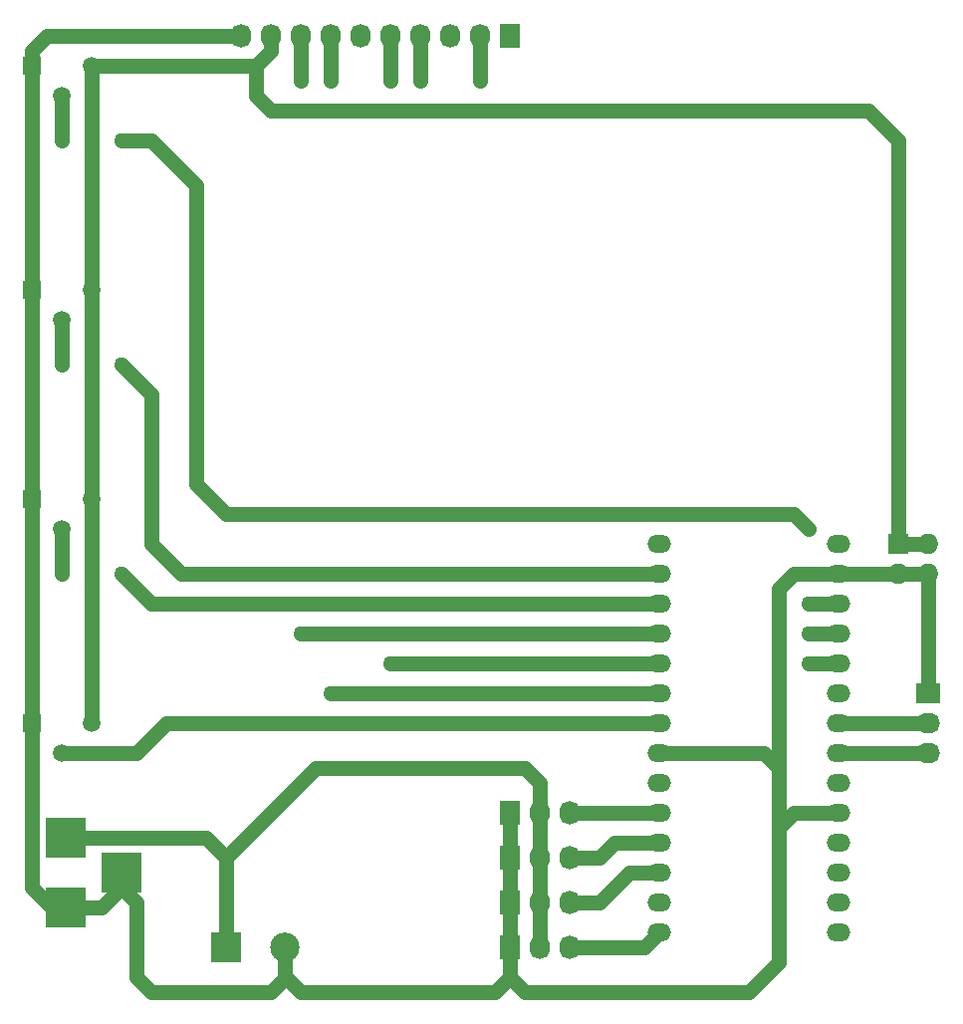
<source format=gbl>
G04 #@! TF.FileFunction,Copper,L2,Bot,Signal*
%FSLAX46Y46*%
G04 Gerber Fmt 4.6, Leading zero omitted, Abs format (unit mm)*
G04 Created by KiCad (PCBNEW 4.0.2-stable) date 12/4/2016 4:24:35 PM*
%MOMM*%
G01*
G04 APERTURE LIST*
%ADD10C,0.100000*%
%ADD11R,3.500120X3.500120*%
%ADD12R,1.727200X2.032000*%
%ADD13O,1.727200X2.032000*%
%ADD14R,1.727200X1.727200*%
%ADD15O,1.727200X1.727200*%
%ADD16R,2.032000X1.727200*%
%ADD17O,2.032000X1.727200*%
%ADD18C,1.510000*%
%ADD19R,1.510000X1.510000*%
%ADD20O,2.000000X1.500000*%
%ADD21R,2.500000X2.500000*%
%ADD22C,2.500000*%
%ADD23C,1.270000*%
%ADD24C,1.270000*%
G04 APERTURE END LIST*
D10*
D11*
X99441000Y-120190260D03*
X99441000Y-126189740D03*
X104140000Y-123190000D03*
D12*
X137160000Y-52070000D03*
D13*
X134620000Y-52070000D03*
X132080000Y-52070000D03*
X129540000Y-52070000D03*
X127000000Y-52070000D03*
X124460000Y-52070000D03*
X121920000Y-52070000D03*
X119380000Y-52070000D03*
X116840000Y-52070000D03*
X114300000Y-52070000D03*
D14*
X170180000Y-95250000D03*
D15*
X172720000Y-95250000D03*
X170180000Y-97790000D03*
X172720000Y-97790000D03*
D16*
X172720000Y-107950000D03*
D17*
X172720000Y-110490000D03*
X172720000Y-113030000D03*
D12*
X137160000Y-121920000D03*
D13*
X139700000Y-121920000D03*
X142240000Y-121920000D03*
D12*
X137160000Y-118110000D03*
D13*
X139700000Y-118110000D03*
X142240000Y-118110000D03*
D12*
X137160000Y-129540000D03*
D13*
X139700000Y-129540000D03*
X142240000Y-129540000D03*
D12*
X137160000Y-125730000D03*
D13*
X139700000Y-125730000D03*
X142240000Y-125730000D03*
D18*
X101600000Y-73660000D03*
D19*
X96520000Y-73660000D03*
D18*
X99060000Y-76200000D03*
X101600000Y-110490000D03*
D19*
X96520000Y-110490000D03*
D18*
X99060000Y-113030000D03*
X101600000Y-91440000D03*
D19*
X96520000Y-91440000D03*
D18*
X99060000Y-93980000D03*
X101600000Y-54610000D03*
D19*
X96520000Y-54610000D03*
D18*
X99060000Y-57150000D03*
D20*
X165100000Y-95250000D03*
X149860000Y-95250000D03*
X165100000Y-97790000D03*
X149860000Y-97790000D03*
X165100000Y-100330000D03*
X149860000Y-100330000D03*
X165100000Y-102870000D03*
X149860000Y-102870000D03*
X165100000Y-105410000D03*
X149860000Y-105410000D03*
X165100000Y-107950000D03*
X149860000Y-107950000D03*
X165100000Y-110490000D03*
X149860000Y-110490000D03*
X165100000Y-113030000D03*
X149860000Y-113030000D03*
X165100000Y-115570000D03*
X149860000Y-115570000D03*
X165100000Y-118110000D03*
X149860000Y-118110000D03*
X165100000Y-120650000D03*
X149860000Y-120650000D03*
X165100000Y-123190000D03*
X149860000Y-123190000D03*
X165100000Y-125730000D03*
X149860000Y-125730000D03*
X165100000Y-128270000D03*
X149860000Y-128270000D03*
D21*
X113030000Y-129540000D03*
D22*
X118030000Y-129540000D03*
D23*
X134620000Y-55880000D03*
X162560000Y-102870000D03*
X129540000Y-55880000D03*
X162560000Y-105410000D03*
X127000000Y-105410000D03*
X127000000Y-55880000D03*
X121920000Y-107950000D03*
X121920000Y-55880000D03*
X119380000Y-102870000D03*
X119380000Y-55880000D03*
X104140000Y-80010000D03*
X99060000Y-80010000D03*
X104140000Y-97790000D03*
X99060000Y-97790000D03*
X162560000Y-100330000D03*
X162560000Y-93980000D03*
X104140000Y-60960000D03*
X99060000Y-60960000D03*
D24*
X138430000Y-114300000D02*
X139700000Y-115570000D01*
X139700000Y-115570000D02*
X139700000Y-118110000D01*
X120650000Y-114300000D02*
X138430000Y-114300000D01*
X113030000Y-121920000D02*
X120650000Y-114300000D01*
X139700000Y-125730000D02*
X139700000Y-129540000D01*
X139700000Y-121920000D02*
X139700000Y-125730000D01*
X139700000Y-118110000D02*
X139700000Y-121920000D01*
X111300260Y-120190260D02*
X113030000Y-121920000D01*
X113030000Y-121920000D02*
X113030000Y-129540000D01*
X99441000Y-120190260D02*
X111300260Y-120190260D01*
X137160000Y-132080000D02*
X138430000Y-133350000D01*
X138430000Y-133350000D02*
X157480000Y-133350000D01*
X157480000Y-133350000D02*
X160020000Y-130810000D01*
X160020000Y-130810000D02*
X160020000Y-128270000D01*
X160020000Y-128270000D02*
X160020000Y-119380000D01*
X135890000Y-133350000D02*
X137160000Y-132080000D01*
X137160000Y-132080000D02*
X137160000Y-129540000D01*
X119380000Y-133350000D02*
X135890000Y-133350000D01*
X118190000Y-132160000D02*
X119380000Y-133350000D01*
X118030000Y-132160000D02*
X118190000Y-132160000D01*
X118030000Y-129540000D02*
X118030000Y-132160000D01*
X104140000Y-124460000D02*
X105410000Y-125730000D01*
X105410000Y-125730000D02*
X105410000Y-132080000D01*
X106680000Y-133350000D02*
X116840000Y-133350000D01*
X105410000Y-132080000D02*
X106680000Y-133350000D01*
X116840000Y-133350000D02*
X118030000Y-132160000D01*
X161290000Y-97790000D02*
X165100000Y-97790000D01*
X160020000Y-99060000D02*
X161290000Y-97790000D01*
X160020000Y-114300000D02*
X160020000Y-99060000D01*
X158750000Y-113030000D02*
X149860000Y-113030000D01*
X160020000Y-114300000D02*
X158750000Y-113030000D01*
X160020000Y-119380000D02*
X160020000Y-114300000D01*
X161290000Y-118110000D02*
X165100000Y-118110000D01*
X160020000Y-119380000D02*
X161290000Y-118110000D01*
X137160000Y-121920000D02*
X137160000Y-118110000D01*
X137160000Y-125730000D02*
X137160000Y-121920000D01*
X137160000Y-129540000D02*
X137160000Y-125730000D01*
X172720000Y-97790000D02*
X172720000Y-107950000D01*
X170180000Y-97790000D02*
X172720000Y-97790000D01*
X165100000Y-97790000D02*
X170180000Y-97790000D01*
X102410260Y-126189740D02*
X104140000Y-124460000D01*
X104140000Y-124460000D02*
X104140000Y-123190000D01*
X99441000Y-126189740D02*
X102410260Y-126189740D01*
X96520000Y-124460000D02*
X98249740Y-126189740D01*
X98249740Y-126189740D02*
X99441000Y-126189740D01*
X96520000Y-110490000D02*
X96520000Y-124460000D01*
X96520000Y-91440000D02*
X96520000Y-110490000D01*
X96520000Y-73660000D02*
X96520000Y-91440000D01*
X96520000Y-54610000D02*
X96520000Y-73660000D01*
X96520000Y-53340000D02*
X97790000Y-52070000D01*
X97790000Y-52070000D02*
X114300000Y-52070000D01*
X96520000Y-54610000D02*
X96520000Y-53340000D01*
X134620000Y-52070000D02*
X134620000Y-55880000D01*
X165100000Y-102870000D02*
X162560000Y-102870000D01*
X129540000Y-52070000D02*
X129540000Y-55880000D01*
X165100000Y-105410000D02*
X162560000Y-105410000D01*
X149860000Y-105410000D02*
X127000000Y-105410000D01*
X127000000Y-52070000D02*
X127000000Y-55880000D01*
X149860000Y-107950000D02*
X121920000Y-107950000D01*
X121920000Y-52070000D02*
X121920000Y-55880000D01*
X149860000Y-102870000D02*
X119380000Y-102870000D01*
X119380000Y-52070000D02*
X119380000Y-55880000D01*
X170180000Y-60960000D02*
X170180000Y-95250000D01*
X167640000Y-58420000D02*
X170180000Y-60960000D01*
X116840000Y-58420000D02*
X167640000Y-58420000D01*
X115570000Y-57150000D02*
X116840000Y-58420000D01*
X115570000Y-54610000D02*
X115570000Y-57150000D01*
X116840000Y-52070000D02*
X116840000Y-53340000D01*
X116840000Y-53340000D02*
X115570000Y-54610000D01*
X170180000Y-95250000D02*
X172720000Y-95250000D01*
X101600000Y-73660000D02*
X101600000Y-54610000D01*
X101600000Y-91440000D02*
X101600000Y-73660000D01*
X101600000Y-110490000D02*
X101600000Y-91440000D01*
X101600000Y-54610000D02*
X115570000Y-54610000D01*
X165100000Y-110490000D02*
X172720000Y-110490000D01*
X172720000Y-113030000D02*
X165100000Y-113030000D01*
X144780000Y-121920000D02*
X146050000Y-120650000D01*
X146050000Y-120650000D02*
X149860000Y-120650000D01*
X142240000Y-121920000D02*
X144780000Y-121920000D01*
X142240000Y-118110000D02*
X149860000Y-118110000D01*
X142240000Y-129540000D02*
X148590000Y-129540000D01*
X148590000Y-129540000D02*
X149860000Y-128270000D01*
X144780000Y-125730000D02*
X147320000Y-123190000D01*
X147320000Y-123190000D02*
X149860000Y-123190000D01*
X142240000Y-125730000D02*
X144780000Y-125730000D01*
X106680000Y-95250000D02*
X106680000Y-82550000D01*
X106680000Y-82550000D02*
X104140000Y-80010000D01*
X109220000Y-97790000D02*
X106680000Y-95250000D01*
X149860000Y-97790000D02*
X109220000Y-97790000D01*
X99060000Y-76200000D02*
X99060000Y-80010000D01*
X105410000Y-113030000D02*
X107950000Y-110490000D01*
X107950000Y-110490000D02*
X149860000Y-110490000D01*
X99060000Y-113030000D02*
X105410000Y-113030000D01*
X149860000Y-100330000D02*
X106680000Y-100330000D01*
X106680000Y-100330000D02*
X104140000Y-97790000D01*
X99060000Y-93980000D02*
X99060000Y-97790000D01*
X162560000Y-100330000D02*
X165100000Y-100330000D01*
X113030000Y-92710000D02*
X161290000Y-92710000D01*
X161290000Y-92710000D02*
X162560000Y-93980000D01*
X110490000Y-90170000D02*
X113030000Y-92710000D01*
X110490000Y-64770000D02*
X110490000Y-90170000D01*
X106680000Y-60960000D02*
X110490000Y-64770000D01*
X104140000Y-60960000D02*
X106680000Y-60960000D01*
X99060000Y-57150000D02*
X99060000Y-60960000D01*
M02*

</source>
